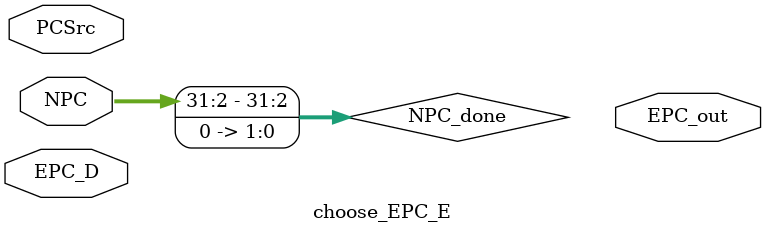
<source format=v>
`timescale 1ns / 1ps
module choose_EPC_E(
    input PCSrc,
    input [31:0] EPC_D,
    input [31:0] NPC,
    output [31:0] EPC_out
    );

	wire [31:0] NPC_done;
	assign NPC_done = {NPC[31:2] ,2'b00};
	assign EPC = (PCSrc == 1) ? NPC_done :
					  EPC_D;
endmodule

</source>
